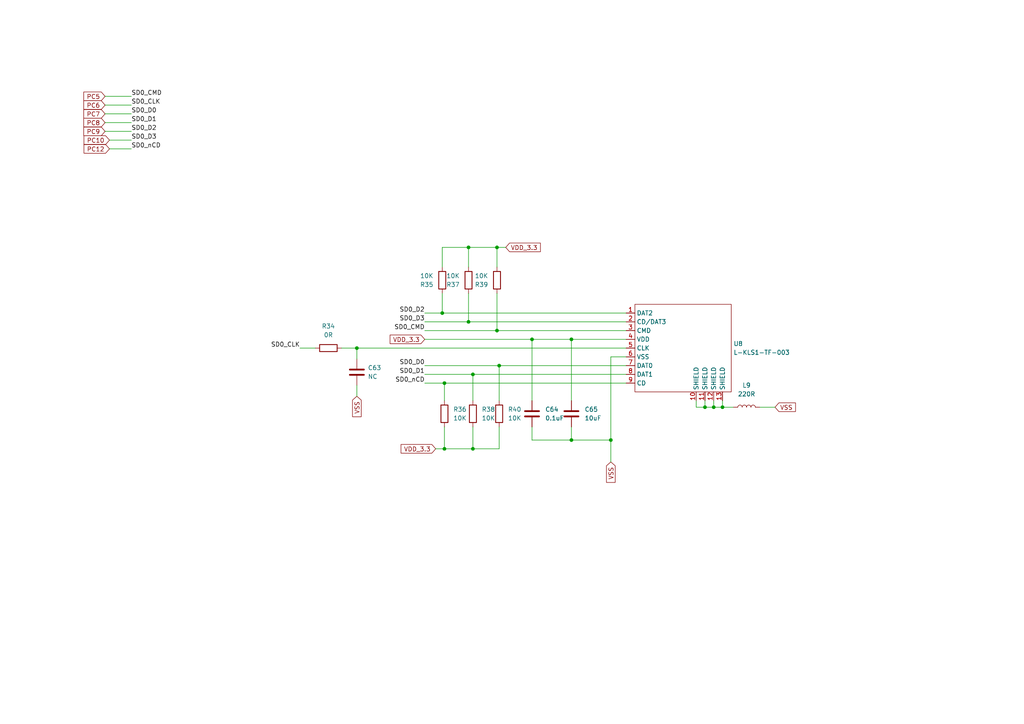
<source format=kicad_sch>
(kicad_sch (version 20231120) (generator "eeschema") (generator_version "8.0")
  (paper "A4")
  (lib_symbols
    (symbol "Device:C" (pin_numbers hide) (pin_names (offset 0.254))
      (property "Reference" "C" (at 0.635 2.54 0))
      (property "Value" "C" (at 0.635 -2.54 0))
      (symbol "C_0_1"
        (polyline (pts (xy -2.032 -0.762) (xy 2.032 -0.762)) (stroke (width 0.508)))
        (polyline (pts (xy -2.032 0.762) (xy 2.032 0.762)) (stroke (width 0.508)))
      )
      (symbol "C_1_1"
        (pin passive line (at 0 3.81 270) (length 2.794) (name "~") (number "1"))
        (pin passive line (at 0 -3.81 90) (length 2.794) (name "~") (number "2"))
      )
    )
    (symbol "Device:L" (pin_numbers hide) (pin_names (offset 1.016) hide)
      (property "Reference" "L" (at -1.27 0 90))
      (property "Value" "L" (at 1.905 0 90))
      (symbol "L_0_1"
        (arc (start 0 -2.54) (mid 0.6323 -1.905) (end 0 -1.27))
        (arc (start 0 -1.27) (mid 0.6323 -0.635) (end 0 0))
        (arc (start 0 0) (mid 0.6323 0.635) (end 0 1.27))
        (arc (start 0 1.27) (mid 0.6323 1.905) (end 0 2.54))
      )
      (symbol "L_1_1"
        (pin passive line (at 0 3.81 270) (length 1.27) (name "1") (number "1"))
        (pin passive line (at 0 -3.81 90) (length 1.27) (name "2") (number "2"))
      )
    )
    (symbol "Device:R" (pin_numbers hide) (pin_names (offset 0))
      (property "Reference" "R" (at 2.032 0 90))
      (property "Value" "R" (at 0 0 90))
      (symbol "R_0_1"
        (rectangle (start -1.016 -2.54) (end 1.016 2.54) (stroke (width 0.254)))
      )
      (symbol "R_1_1"
        (pin passive line (at 0 3.81 270) (length 1.27) (name "~") (number "1"))
        (pin passive line (at 0 -3.81 90) (length 1.27) (name "~") (number "2"))
      )
    )
    (symbol "L-KLS1-TF-003-H1.85-R:L-KLS1-TF-003"
      (property "Reference" "U?" (at 10.16 15.24 0))
      (property "Value" "L-KLS1-TF-003" (at 2.54 -15.24 0))
      (symbol "L-KLS1-TF-003_0_1"
        (rectangle (start -5.08 12.7) (end 22.86 -12.7))
      )
      (symbol "L-KLS1-TF-003_1_1"
        (pin input line (at -7.62 10.16 0) (length 2.54) (name "DAT2") (number "1"))
        (pin input line (at 12.7 -15.24 90) (length 2.54) (name "SHIELD") (number "10"))
        (pin input line (at 15.24 -15.24 90) (length 2.54) (name "SHIELD") (number "11"))
        (pin input line (at 17.78 -15.24 90) (length 2.54) (name "SHIELD") (number "12"))
        (pin input line (at 20.32 -15.24 90) (length 2.54) (name "SHIELD") (number "13"))
        (pin input line (at -7.62 7.62 0) (length 2.54) (name "CD/DAT3") (number "2"))
        (pin input line (at -7.62 5.08 0) (length 2.54) (name "CMD") (number "3"))
        (pin input line (at -7.62 2.54 0) (length 2.54) (name "VDD") (number "4"))
        (pin input line (at -7.62 0 0) (length 2.54) (name "CLK") (number "5"))
        (pin input line (at -7.62 -2.54 0) (length 2.54) (name "VSS") (number "6"))
        (pin input line (at -7.62 -5.08 0) (length 2.54) (name "DAT0") (number "7"))
        (pin input line (at -7.62 -7.62 0) (length 2.54) (name "DAT1") (number "8"))
        (pin input line (at -7.62 -10.16 0) (length 2.54) (name "CD") (number "9"))
      )
    )
  )
  (junction (at 144.145 71.755))
  (junction (at 144.145 95.885))
  (junction (at 144.78 106.045))
  (junction (at 154.305 98.425))
  (junction (at 137.16 130.175))
  (junction (at 128.27 90.805))
  (junction (at 103.505 100.965))
  (junction (at 128.905 130.175))
  (junction (at 165.735 127.635))
  (junction (at 207.01 118.11))
  (junction (at 135.89 93.345))
  (junction (at 128.905 111.125))
  (junction (at 135.89 71.755))
  (junction (at 204.47 118.11))
  (junction (at 209.55 118.11))
  (junction (at 137.16 108.585))
  (junction (at 165.735 98.425))
  (junction (at 177.165 127.635))
  (wire (pts (xy 144.145 71.755) (xy 146.685 71.755)))
  (wire (pts (xy 128.905 111.125) (xy 181.61 111.125)))
  (wire (pts (xy 204.47 116.205) (xy 204.47 118.11)))
  (wire (pts (xy 165.735 127.635) (xy 177.165 127.635)))
  (wire (pts (xy 144.78 123.825) (xy 144.78 130.175)))
  (wire (pts (xy 207.01 116.205) (xy 207.01 118.11)))
  (wire (pts (xy 209.55 116.205) (xy 209.55 118.11)))
  (wire (pts (xy 135.89 85.09) (xy 135.89 93.345)))
  (wire (pts (xy 154.305 123.825) (xy 154.305 127.635)))
  (wire (pts (xy 144.78 116.205) (xy 144.78 106.045)))
  (wire (pts (xy 123.19 111.125) (xy 128.905 111.125)))
  (wire (pts (xy 123.19 106.045) (xy 144.78 106.045)))
  (wire (pts (xy 137.16 108.585) (xy 181.61 108.585)))
  (wire (pts (xy 144.145 77.47) (xy 144.145 71.755)))
  (wire (pts (xy 144.145 85.09) (xy 144.145 95.885)))
  (wire (pts (xy 137.16 130.175) (xy 144.78 130.175)))
  (wire (pts (xy 123.19 93.345) (xy 135.89 93.345)))
  (wire (pts (xy 154.305 98.425) (xy 165.735 98.425)))
  (wire (pts (xy 128.905 130.175) (xy 126.365 130.175)))
  (wire (pts (xy 30.48 35.56) (xy 38.1 35.56)))
  (wire (pts (xy 30.48 30.48) (xy 38.1 30.48)))
  (wire (pts (xy 224.79 118.11) (xy 220.345 118.11)))
  (wire (pts (xy 128.27 77.47) (xy 128.27 71.755)))
  (wire (pts (xy 135.89 71.755) (xy 128.27 71.755)))
  (wire (pts (xy 209.55 118.11) (xy 212.725 118.11)))
  (wire (pts (xy 123.19 98.425) (xy 154.305 98.425)))
  (wire (pts (xy 31.75 40.64) (xy 38.1 40.64)))
  (wire (pts (xy 30.48 33.02) (xy 38.1 33.02)))
  (wire (pts (xy 201.93 116.205) (xy 201.93 118.11)))
  (wire (pts (xy 135.89 77.47) (xy 135.89 71.755)))
  (wire (pts (xy 123.19 108.585) (xy 137.16 108.585)))
  (wire (pts (xy 137.16 108.585) (xy 137.16 116.205)))
  (wire (pts (xy 137.16 123.825) (xy 137.16 130.175)))
  (wire (pts (xy 204.47 118.11) (xy 207.01 118.11)))
  (wire (pts (xy 135.89 93.345) (xy 181.61 93.345)))
  (wire (pts (xy 30.48 27.94) (xy 38.1 27.94)))
  (wire (pts (xy 30.48 38.1) (xy 38.1 38.1)))
  (wire (pts (xy 128.905 111.125) (xy 128.905 116.205)))
  (wire (pts (xy 103.505 114.935) (xy 103.505 111.76)))
  (wire (pts (xy 123.19 95.885) (xy 144.145 95.885)))
  (wire (pts (xy 201.93 118.11) (xy 204.47 118.11)))
  (wire (pts (xy 181.61 103.505) (xy 177.165 103.505)))
  (wire (pts (xy 99.06 100.965) (xy 103.505 100.965)))
  (wire (pts (xy 144.78 106.045) (xy 181.61 106.045)))
  (wire (pts (xy 128.905 130.175) (xy 137.16 130.175)))
  (wire (pts (xy 103.505 100.965) (xy 181.61 100.965)))
  (wire (pts (xy 86.995 100.965) (xy 91.44 100.965)))
  (wire (pts (xy 154.305 127.635) (xy 165.735 127.635)))
  (wire (pts (xy 128.27 90.805) (xy 181.61 90.805)))
  (wire (pts (xy 144.145 95.885) (xy 181.61 95.885)))
  (wire (pts (xy 123.19 90.805) (xy 128.27 90.805)))
  (wire (pts (xy 128.905 123.825) (xy 128.905 130.175)))
  (wire (pts (xy 103.505 100.965) (xy 103.505 104.14)))
  (wire (pts (xy 177.165 127.635) (xy 177.165 133.985)))
  (wire (pts (xy 207.01 118.11) (xy 209.55 118.11)))
  (wire (pts (xy 31.75 43.18) (xy 38.1 43.18)))
  (wire (pts (xy 154.305 98.425) (xy 154.305 116.205)))
  (wire (pts (xy 128.27 85.09) (xy 128.27 90.805)))
  (wire (pts (xy 177.165 103.505) (xy 177.165 127.635)))
  (wire (pts (xy 165.735 98.425) (xy 165.735 116.205)))
  (wire (pts (xy 165.735 98.425) (xy 181.61 98.425)))
  (wire (pts (xy 144.145 71.755) (xy 135.89 71.755)))
  (wire (pts (xy 165.735 123.825) (xy 165.735 127.635)))
  (label "SD0_nCD" (at 38.1 43.18 0))
  (label "SD0_D1" (at 123.19 108.585 180))
  (label "SD0_D0" (at 38.1 33.02 0))
  (label "SD0_D3" (at 123.19 93.345 180))
  (label "SD0_D2" (at 38.1 38.1 0))
  (label "SD0_D3" (at 38.1 40.64 0))
  (label "SD0_CMD" (at 38.1 27.94 0))
  (label "SD0_D1" (at 38.1 35.56 0))
  (label "SD0_D2" (at 123.19 90.805 180))
  (label "SD0_D0" (at 123.19 106.045 180))
  (label "SD0_nCD" (at 123.19 111.125 180))
  (label "SD0_CLK" (at 38.1 30.48 0))
  (label "SD0_CMD" (at 123.19 95.885 180))
  (label "SD0_CLK" (at 86.995 100.965 180))
  (global_label "PC9" (shape input) (at 30.48 38.1 180) (property "Intersheetrefs" "${INTERSHEET_REFS}" (effects (hide yes))))
  (global_label "VDD_3.3" (shape input) (at 126.365 130.175 180) (property "Intersheetrefs" "${INTERSHEET_REFS}" (effects (hide yes))))
  (global_label "PC5" (shape input) (at 30.48 27.94 180) (property "Intersheetrefs" "${INTERSHEET_REFS}" (effects (hide yes))))
  (global_label "VSS" (shape input) (at 103.505 114.935 270) (property "Intersheetrefs" "${INTERSHEET_REFS}" (effects (hide yes))))
  (global_label "VSS" (shape input) (at 177.165 133.985 270) (property "Intersheetrefs" "${INTERSHEET_REFS}" (effects (hide yes))))
  (global_label "PC6" (shape input) (at 30.48 30.48 180) (property "Intersheetrefs" "${INTERSHEET_REFS}" (effects (hide yes))))
  (global_label "VDD_3.3" (shape input) (at 123.19 98.425 180) (property "Intersheetrefs" "${INTERSHEET_REFS}" (effects (hide yes))))
  (global_label "VDD_3.3" (shape input) (at 146.685 71.755 0) (property "Intersheetrefs" "${INTERSHEET_REFS}" (effects (hide yes))))
  (global_label "VSS" (shape input) (at 224.79 118.11 0) (property "Intersheetrefs" "${INTERSHEET_REFS}" (effects (hide yes))))
  (global_label "PC8" (shape input) (at 30.48 35.56 180) (property "Intersheetrefs" "${INTERSHEET_REFS}" (effects (hide yes))))
  (global_label "PC7" (shape input) (at 30.48 33.02 180) (property "Intersheetrefs" "${INTERSHEET_REFS}" (effects (hide yes))))
  (global_label "PC10" (shape input) (at 31.75 40.64 180) (property "Intersheetrefs" "${INTERSHEET_REFS}" (effects (hide yes))))
  (global_label "PC12" (shape input) (at 31.75 43.18 180) (property "Intersheetrefs" "${INTERSHEET_REFS}" (effects (hide yes))))
  (symbol (lib_id "Device:R") (at 128.27 81.28 180) (unit 1)
    (property "Reference" "R35" (at 125.73 82.5501 0) (effects (justify left)))
    (property "Value" "10K" (at 125.73 80.0101 0) (effects (justify left)))
    (property "Footprint" "Resistor_SMD:R_0402_1005Metric" (effects (hide yes)))
  )
  (symbol (lib_id "Device:R") (at 128.905 120.015 0) (unit 1)
    (property "Reference" "R36" (at 131.445 118.7449 0) (effects (justify left)))
    (property "Value" "10K" (at 131.445 121.2849 0) (effects (justify left)))
    (property "Footprint" "Resistor_SMD:R_0402_1005Metric" (effects (hide yes)))
  )
  (symbol (lib_id "Device:C") (at 154.305 120.015 0) (unit 1)
    (property "Reference" "C64" (at 158.115 118.7449 0) (effects (justify left)))
    (property "Value" "0.1uF" (at 158.115 121.2849 0) (effects (justify left)))
    (property "Footprint" "Capacitor_SMD:C_0402_1005Metric" (effects (hide yes)))
  )
  (symbol (lib_id "Device:R") (at 144.78 120.015 0) (unit 1)
    (property "Reference" "R40" (at 147.32 118.7449 0) (effects (justify left)))
    (property "Value" "10K" (at 147.32 121.2849 0) (effects (justify left)))
    (property "Footprint" "Resistor_SMD:R_0402_1005Metric" (effects (hide yes)))
  )
  (symbol (lib_id "Device:R") (at 135.89 81.28 180) (unit 1)
    (property "Reference" "R37" (at 133.35 82.5501 0) (effects (justify left)))
    (property "Value" "10K" (at 133.35 80.0101 0) (effects (justify left)))
    (property "Footprint" "Resistor_SMD:R_0402_1005Metric" (effects (hide yes)))
  )
  (symbol (lib_id "Device:L") (at 216.535 118.11 90) (unit 1)
    (property "Reference" "L9" (at 216.535 111.76 90))
    (property "Value" "220R" (at 216.535 114.3 90))
    (property "Footprint" "Inductor_SMD:L_0603_1608Metric" (effects (hide yes)))
  )
  (symbol (lib_id "Device:R") (at 137.16 120.015 0) (unit 1)
    (property "Reference" "R38" (at 139.7 118.7449 0) (effects (justify left)))
    (property "Value" "10K" (at 139.7 121.2849 0) (effects (justify left)))
    (property "Footprint" "Resistor_SMD:R_0402_1005Metric" (effects (hide yes)))
  )
  (symbol (lib_id "Device:C") (at 103.505 107.95 0) (unit 1)
    (property "Reference" "C63" (at 106.68 106.6799 0) (effects (justify left)))
    (property "Value" "NC" (at 106.68 109.2199 0) (effects (justify left)))
    (property "Footprint" "Capacitor_SMD:C_0402_1005Metric" (effects (hide yes)))
  )
  (symbol (lib_id "Device:C") (at 165.735 120.015 0) (unit 1)
    (property "Reference" "C65" (at 169.545 118.7449 0) (effects (justify left)))
    (property "Value" "10uF" (at 169.545 121.2849 0) (effects (justify left)))
    (property "Footprint" "Capacitor_SMD:C_0402_1005Metric" (effects (hide yes)))
  )
  (symbol (lib_id "L-KLS1-TF-003-H1.85-R:L-KLS1-TF-003") (at 189.23 100.965 0) (unit 1)
    (property "Reference" "U8" (at 212.725 99.6949 0) (effects (justify left)))
    (property "Value" "L-KLS1-TF-003" (at 212.725 102.235 0) (effects (justify left)))
    (property "Footprint" "Footprints:L-KLS1-TF-003-H1.85-R" (effects (hide yes)))
  )
  (symbol (lib_id "Device:R") (at 144.145 81.28 180) (unit 1)
    (property "Reference" "R39" (at 141.605 82.5501 0) (effects (justify left)))
    (property "Value" "10K" (at 141.605 80.0101 0) (effects (justify left)))
    (property "Footprint" "Resistor_SMD:R_0402_1005Metric" (effects (hide yes)))
  )
  (symbol (lib_id "Device:R") (at 95.25 100.965 270) (unit 1)
    (property "Reference" "R34" (at 95.25 94.615 90))
    (property "Value" "0R" (at 95.25 97.155 90))
    (property "Footprint" "Resistor_SMD:R_0402_1005Metric" (effects (hide yes)))
  )
)
</source>
